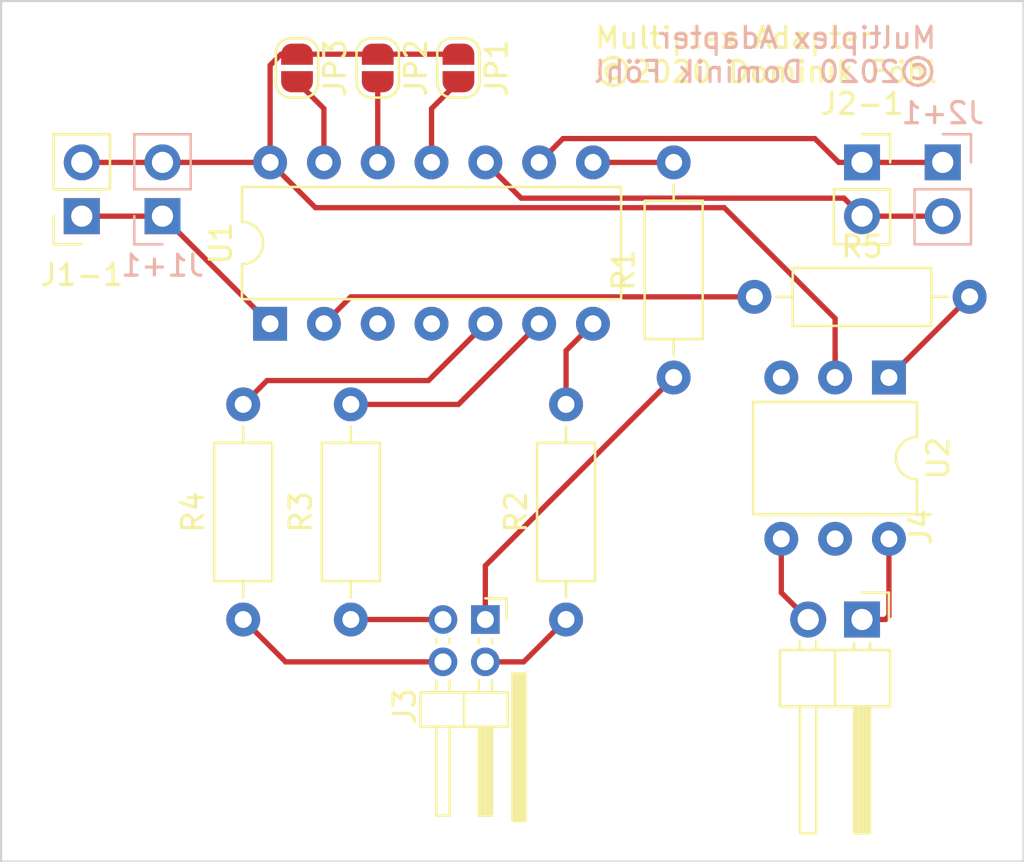
<source format=kicad_pcb>
(kicad_pcb (version 20171130) (host pcbnew "(5.1.5)-3")

  (general
    (thickness 1.6)
    (drawings 7)
    (tracks 58)
    (zones 0)
    (modules 16)
    (nets 24)
  )

  (page A4)
  (layers
    (0 F.Cu signal)
    (31 B.Cu signal)
    (32 B.Adhes user)
    (33 F.Adhes user)
    (34 B.Paste user hide)
    (35 F.Paste user hide)
    (36 B.SilkS user)
    (37 F.SilkS user)
    (38 B.Mask user)
    (39 F.Mask user)
    (40 Dwgs.User user hide)
    (41 Cmts.User user)
    (42 Eco1.User user hide)
    (43 Eco2.User user hide)
    (44 Edge.Cuts user)
    (45 Margin user)
    (46 B.CrtYd user)
    (47 F.CrtYd user)
    (48 B.Fab user hide)
    (49 F.Fab user hide)
  )

  (setup
    (last_trace_width 0.25)
    (trace_clearance 0.2)
    (zone_clearance 0.508)
    (zone_45_only no)
    (trace_min 0.2)
    (via_size 0.8)
    (via_drill 0.4)
    (via_min_size 0.4)
    (via_min_drill 0.3)
    (uvia_size 0.3)
    (uvia_drill 0.1)
    (uvias_allowed no)
    (uvia_min_size 0.2)
    (uvia_min_drill 0.1)
    (edge_width 0.05)
    (segment_width 0.2)
    (pcb_text_width 0.3)
    (pcb_text_size 1.5 1.5)
    (mod_edge_width 0.12)
    (mod_text_size 1 1)
    (mod_text_width 0.15)
    (pad_size 1.524 1.524)
    (pad_drill 0.762)
    (pad_to_mask_clearance 0.051)
    (solder_mask_min_width 0.25)
    (aux_axis_origin 0 0)
    (visible_elements 7FFFFFFF)
    (pcbplotparams
      (layerselection 0x010f0_ffffffff)
      (usegerberextensions false)
      (usegerberattributes false)
      (usegerberadvancedattributes false)
      (creategerberjobfile false)
      (excludeedgelayer true)
      (linewidth 0.100000)
      (plotframeref false)
      (viasonmask false)
      (mode 1)
      (useauxorigin false)
      (hpglpennumber 1)
      (hpglpenspeed 20)
      (hpglpendiameter 15.000000)
      (psnegative false)
      (psa4output false)
      (plotreference true)
      (plotvalue false)
      (plotinvisibletext false)
      (padsonsilk true)
      (subtractmaskfromsilk false)
      (outputformat 1)
      (mirror false)
      (drillshape 0)
      (scaleselection 1)
      (outputdirectory "gerber/"))
  )

  (net 0 "")
  (net 1 "Net-(J3-Pad4)")
  (net 2 "Net-(J3-Pad3)")
  (net 3 "Net-(J3-Pad2)")
  (net 4 "Net-(J3-Pad1)")
  (net 5 "Net-(J4-Pad2)")
  (net 6 "Net-(J4-Pad1)")
  (net 7 "Net-(J1+1-Pad2)")
  (net 8 "Net-(J1+1-Pad1)")
  (net 9 "Net-(J2+1-Pad2)")
  (net 10 "Net-(J2+1-Pad1)")
  (net 11 "Net-(JP1-Pad2)")
  (net 12 "Net-(JP2-Pad2)")
  (net 13 "Net-(JP3-Pad2)")
  (net 14 "Net-(R1-Pad2)")
  (net 15 "Net-(R2-Pad2)")
  (net 16 "Net-(R3-Pad2)")
  (net 17 "Net-(R4-Pad2)")
  (net 18 "Net-(R5-Pad2)")
  (net 19 "Net-(R5-Pad1)")
  (net 20 "Net-(U1-Pad4)")
  (net 21 "Net-(U1-Pad3)")
  (net 22 "Net-(U2-Pad3)")
  (net 23 "Net-(U2-Pad5)")

  (net_class Default "Dies ist die voreingestellte Netzklasse."
    (clearance 0.2)
    (trace_width 0.25)
    (via_dia 0.8)
    (via_drill 0.4)
    (uvia_dia 0.3)
    (uvia_drill 0.1)
    (add_net "Net-(J1+1-Pad1)")
    (add_net "Net-(J1+1-Pad2)")
    (add_net "Net-(J2+1-Pad1)")
    (add_net "Net-(J2+1-Pad2)")
    (add_net "Net-(J3-Pad1)")
    (add_net "Net-(J3-Pad2)")
    (add_net "Net-(J3-Pad3)")
    (add_net "Net-(J3-Pad4)")
    (add_net "Net-(J4-Pad1)")
    (add_net "Net-(J4-Pad2)")
    (add_net "Net-(JP1-Pad2)")
    (add_net "Net-(JP2-Pad2)")
    (add_net "Net-(JP3-Pad2)")
    (add_net "Net-(R1-Pad2)")
    (add_net "Net-(R2-Pad2)")
    (add_net "Net-(R3-Pad2)")
    (add_net "Net-(R4-Pad2)")
    (add_net "Net-(R5-Pad1)")
    (add_net "Net-(R5-Pad2)")
    (add_net "Net-(U1-Pad3)")
    (add_net "Net-(U1-Pad4)")
    (add_net "Net-(U2-Pad3)")
    (add_net "Net-(U2-Pad5)")
  )

  (module Package_DIP:DIP-14_W7.62mm (layer F.Cu) (tedit 5A02E8C5) (tstamp 5E9E69E9)
    (at 149.86 106.68 90)
    (descr "14-lead though-hole mounted DIP package, row spacing 7.62 mm (300 mils)")
    (tags "THT DIP DIL PDIP 2.54mm 7.62mm 300mil")
    (path /5E9CC6F4)
    (fp_text reference U1 (at 3.81 -2.33 90) (layer F.SilkS)
      (effects (font (size 1 1) (thickness 0.15)))
    )
    (fp_text value PIC16F1503-IP (at 3.81 17.57 90) (layer F.Fab)
      (effects (font (size 1 1) (thickness 0.15)))
    )
    (fp_text user %R (at 3.81 7.62 90) (layer F.Fab)
      (effects (font (size 1 1) (thickness 0.15)))
    )
    (fp_line (start 8.7 -1.55) (end -1.1 -1.55) (layer F.CrtYd) (width 0.05))
    (fp_line (start 8.7 16.8) (end 8.7 -1.55) (layer F.CrtYd) (width 0.05))
    (fp_line (start -1.1 16.8) (end 8.7 16.8) (layer F.CrtYd) (width 0.05))
    (fp_line (start -1.1 -1.55) (end -1.1 16.8) (layer F.CrtYd) (width 0.05))
    (fp_line (start 6.46 -1.33) (end 4.81 -1.33) (layer F.SilkS) (width 0.12))
    (fp_line (start 6.46 16.57) (end 6.46 -1.33) (layer F.SilkS) (width 0.12))
    (fp_line (start 1.16 16.57) (end 6.46 16.57) (layer F.SilkS) (width 0.12))
    (fp_line (start 1.16 -1.33) (end 1.16 16.57) (layer F.SilkS) (width 0.12))
    (fp_line (start 2.81 -1.33) (end 1.16 -1.33) (layer F.SilkS) (width 0.12))
    (fp_line (start 0.635 -0.27) (end 1.635 -1.27) (layer F.Fab) (width 0.1))
    (fp_line (start 0.635 16.51) (end 0.635 -0.27) (layer F.Fab) (width 0.1))
    (fp_line (start 6.985 16.51) (end 0.635 16.51) (layer F.Fab) (width 0.1))
    (fp_line (start 6.985 -1.27) (end 6.985 16.51) (layer F.Fab) (width 0.1))
    (fp_line (start 1.635 -1.27) (end 6.985 -1.27) (layer F.Fab) (width 0.1))
    (fp_arc (start 3.81 -1.33) (end 2.81 -1.33) (angle -180) (layer F.SilkS) (width 0.12))
    (pad 14 thru_hole oval (at 7.62 0 90) (size 1.6 1.6) (drill 0.8) (layers *.Cu *.Mask)
      (net 7 "Net-(J1+1-Pad2)"))
    (pad 7 thru_hole oval (at 0 15.24 90) (size 1.6 1.6) (drill 0.8) (layers *.Cu *.Mask)
      (net 15 "Net-(R2-Pad2)"))
    (pad 13 thru_hole oval (at 7.62 2.54 90) (size 1.6 1.6) (drill 0.8) (layers *.Cu *.Mask)
      (net 13 "Net-(JP3-Pad2)"))
    (pad 6 thru_hole oval (at 0 12.7 90) (size 1.6 1.6) (drill 0.8) (layers *.Cu *.Mask)
      (net 16 "Net-(R3-Pad2)"))
    (pad 12 thru_hole oval (at 7.62 5.08 90) (size 1.6 1.6) (drill 0.8) (layers *.Cu *.Mask)
      (net 12 "Net-(JP2-Pad2)"))
    (pad 5 thru_hole oval (at 0 10.16 90) (size 1.6 1.6) (drill 0.8) (layers *.Cu *.Mask)
      (net 17 "Net-(R4-Pad2)"))
    (pad 11 thru_hole oval (at 7.62 7.62 90) (size 1.6 1.6) (drill 0.8) (layers *.Cu *.Mask)
      (net 11 "Net-(JP1-Pad2)"))
    (pad 4 thru_hole oval (at 0 7.62 90) (size 1.6 1.6) (drill 0.8) (layers *.Cu *.Mask)
      (net 20 "Net-(U1-Pad4)"))
    (pad 10 thru_hole oval (at 7.62 10.16 90) (size 1.6 1.6) (drill 0.8) (layers *.Cu *.Mask)
      (net 9 "Net-(J2+1-Pad2)"))
    (pad 3 thru_hole oval (at 0 5.08 90) (size 1.6 1.6) (drill 0.8) (layers *.Cu *.Mask)
      (net 21 "Net-(U1-Pad3)"))
    (pad 9 thru_hole oval (at 7.62 12.7 90) (size 1.6 1.6) (drill 0.8) (layers *.Cu *.Mask)
      (net 10 "Net-(J2+1-Pad1)"))
    (pad 2 thru_hole oval (at 0 2.54 90) (size 1.6 1.6) (drill 0.8) (layers *.Cu *.Mask)
      (net 19 "Net-(R5-Pad1)"))
    (pad 8 thru_hole oval (at 7.62 15.24 90) (size 1.6 1.6) (drill 0.8) (layers *.Cu *.Mask)
      (net 14 "Net-(R1-Pad2)"))
    (pad 1 thru_hole rect (at 0 0 90) (size 1.6 1.6) (drill 0.8) (layers *.Cu *.Mask)
      (net 8 "Net-(J1+1-Pad1)"))
    (model ${KISYS3DMOD}/Package_DIP.3dshapes/DIP-14_W7.62mm.wrl
      (at (xyz 0 0 0))
      (scale (xyz 1 1 1))
      (rotate (xyz 0 0 0))
    )
  )

  (module Resistor_THT:R_Axial_DIN0207_L6.3mm_D2.5mm_P10.16mm_Horizontal (layer F.Cu) (tedit 5AE5139B) (tstamp 5EA7A7D5)
    (at 172.72 105.41)
    (descr "Resistor, Axial_DIN0207 series, Axial, Horizontal, pin pitch=10.16mm, 0.25W = 1/4W, length*diameter=6.3*2.5mm^2, http://cdn-reichelt.de/documents/datenblatt/B400/1_4W%23YAG.pdf")
    (tags "Resistor Axial_DIN0207 series Axial Horizontal pin pitch 10.16mm 0.25W = 1/4W length 6.3mm diameter 2.5mm")
    (path /5E9E3F70)
    (fp_text reference R5 (at 5.08 -2.37) (layer F.SilkS)
      (effects (font (size 1 1) (thickness 0.15)))
    )
    (fp_text value 150 (at 5.08 2.37) (layer F.Fab)
      (effects (font (size 1 1) (thickness 0.15)))
    )
    (fp_text user %R (at 5.08 0) (layer F.Fab)
      (effects (font (size 1 1) (thickness 0.15)))
    )
    (fp_line (start 11.21 -1.5) (end -1.05 -1.5) (layer F.CrtYd) (width 0.05))
    (fp_line (start 11.21 1.5) (end 11.21 -1.5) (layer F.CrtYd) (width 0.05))
    (fp_line (start -1.05 1.5) (end 11.21 1.5) (layer F.CrtYd) (width 0.05))
    (fp_line (start -1.05 -1.5) (end -1.05 1.5) (layer F.CrtYd) (width 0.05))
    (fp_line (start 9.12 0) (end 8.35 0) (layer F.SilkS) (width 0.12))
    (fp_line (start 1.04 0) (end 1.81 0) (layer F.SilkS) (width 0.12))
    (fp_line (start 8.35 -1.37) (end 1.81 -1.37) (layer F.SilkS) (width 0.12))
    (fp_line (start 8.35 1.37) (end 8.35 -1.37) (layer F.SilkS) (width 0.12))
    (fp_line (start 1.81 1.37) (end 8.35 1.37) (layer F.SilkS) (width 0.12))
    (fp_line (start 1.81 -1.37) (end 1.81 1.37) (layer F.SilkS) (width 0.12))
    (fp_line (start 10.16 0) (end 8.23 0) (layer F.Fab) (width 0.1))
    (fp_line (start 0 0) (end 1.93 0) (layer F.Fab) (width 0.1))
    (fp_line (start 8.23 -1.25) (end 1.93 -1.25) (layer F.Fab) (width 0.1))
    (fp_line (start 8.23 1.25) (end 8.23 -1.25) (layer F.Fab) (width 0.1))
    (fp_line (start 1.93 1.25) (end 8.23 1.25) (layer F.Fab) (width 0.1))
    (fp_line (start 1.93 -1.25) (end 1.93 1.25) (layer F.Fab) (width 0.1))
    (pad 2 thru_hole oval (at 10.16 0) (size 1.6 1.6) (drill 0.8) (layers *.Cu *.Mask)
      (net 18 "Net-(R5-Pad2)"))
    (pad 1 thru_hole circle (at 0 0) (size 1.6 1.6) (drill 0.8) (layers *.Cu *.Mask)
      (net 19 "Net-(R5-Pad1)"))
    (model ${KISYS3DMOD}/Resistor_THT.3dshapes/R_Axial_DIN0207_L6.3mm_D2.5mm_P10.16mm_Horizontal.wrl
      (at (xyz 0 0 0))
      (scale (xyz 1 1 1))
      (rotate (xyz 0 0 0))
    )
  )

  (module Connector_PinHeader_2.54mm:PinHeader_1x02_P2.54mm_Horizontal (layer F.Cu) (tedit 59FED5CB) (tstamp 5E9E6B86)
    (at 177.8 120.65 270)
    (descr "Through hole angled pin header, 1x02, 2.54mm pitch, 6mm pin length, single row")
    (tags "Through hole angled pin header THT 1x02 2.54mm single row")
    (path /5E9FA994)
    (fp_text reference J4 (at -4.38 -2.77 90) (layer F.SilkS)
      (effects (font (size 1 1) (thickness 0.15)))
    )
    (fp_text value Track (at -4.38 5.31 90) (layer F.Fab)
      (effects (font (size 1 1) (thickness 0.15)))
    )
    (fp_text user %R (at -5.775 1.27 90) (layer F.Fab)
      (effects (font (size 1 1) (thickness 0.15)))
    )
    (fp_line (start 10.55 -1.8) (end -1.8 -1.8) (layer F.CrtYd) (width 0.05))
    (fp_line (start 10.55 4.35) (end 10.55 -1.8) (layer F.CrtYd) (width 0.05))
    (fp_line (start -1.8 4.35) (end 10.55 4.35) (layer F.CrtYd) (width 0.05))
    (fp_line (start -1.8 -1.8) (end -1.8 4.35) (layer F.CrtYd) (width 0.05))
    (fp_line (start -1.27 -1.27) (end 0 -1.27) (layer F.SilkS) (width 0.12))
    (fp_line (start -1.27 0) (end -1.27 -1.27) (layer F.SilkS) (width 0.12))
    (fp_line (start 1.042929 2.92) (end 1.44 2.92) (layer F.SilkS) (width 0.12))
    (fp_line (start 1.042929 2.16) (end 1.44 2.16) (layer F.SilkS) (width 0.12))
    (fp_line (start 10.1 2.92) (end 4.1 2.92) (layer F.SilkS) (width 0.12))
    (fp_line (start 10.1 2.16) (end 10.1 2.92) (layer F.SilkS) (width 0.12))
    (fp_line (start 4.1 2.16) (end 10.1 2.16) (layer F.SilkS) (width 0.12))
    (fp_line (start 1.44 1.27) (end 4.1 1.27) (layer F.SilkS) (width 0.12))
    (fp_line (start 1.11 0.38) (end 1.44 0.38) (layer F.SilkS) (width 0.12))
    (fp_line (start 1.11 -0.38) (end 1.44 -0.38) (layer F.SilkS) (width 0.12))
    (fp_line (start 4.1 0.28) (end 10.1 0.28) (layer F.SilkS) (width 0.12))
    (fp_line (start 4.1 0.16) (end 10.1 0.16) (layer F.SilkS) (width 0.12))
    (fp_line (start 4.1 0.04) (end 10.1 0.04) (layer F.SilkS) (width 0.12))
    (fp_line (start 4.1 -0.08) (end 10.1 -0.08) (layer F.SilkS) (width 0.12))
    (fp_line (start 4.1 -0.2) (end 10.1 -0.2) (layer F.SilkS) (width 0.12))
    (fp_line (start 4.1 -0.32) (end 10.1 -0.32) (layer F.SilkS) (width 0.12))
    (fp_line (start 10.1 0.38) (end 4.1 0.38) (layer F.SilkS) (width 0.12))
    (fp_line (start 10.1 -0.38) (end 10.1 0.38) (layer F.SilkS) (width 0.12))
    (fp_line (start 4.1 -0.38) (end 10.1 -0.38) (layer F.SilkS) (width 0.12))
    (fp_line (start 4.1 -1.33) (end 1.44 -1.33) (layer F.SilkS) (width 0.12))
    (fp_line (start 4.1 3.87) (end 4.1 -1.33) (layer F.SilkS) (width 0.12))
    (fp_line (start 1.44 3.87) (end 4.1 3.87) (layer F.SilkS) (width 0.12))
    (fp_line (start 1.44 -1.33) (end 1.44 3.87) (layer F.SilkS) (width 0.12))
    (fp_line (start 4.04 2.86) (end 10.04 2.86) (layer F.Fab) (width 0.1))
    (fp_line (start 10.04 2.22) (end 10.04 2.86) (layer F.Fab) (width 0.1))
    (fp_line (start 4.04 2.22) (end 10.04 2.22) (layer F.Fab) (width 0.1))
    (fp_line (start -0.32 2.86) (end 1.5 2.86) (layer F.Fab) (width 0.1))
    (fp_line (start -0.32 2.22) (end -0.32 2.86) (layer F.Fab) (width 0.1))
    (fp_line (start -0.32 2.22) (end 1.5 2.22) (layer F.Fab) (width 0.1))
    (fp_line (start 4.04 0.32) (end 10.04 0.32) (layer F.Fab) (width 0.1))
    (fp_line (start 10.04 -0.32) (end 10.04 0.32) (layer F.Fab) (width 0.1))
    (fp_line (start 4.04 -0.32) (end 10.04 -0.32) (layer F.Fab) (width 0.1))
    (fp_line (start -0.32 0.32) (end 1.5 0.32) (layer F.Fab) (width 0.1))
    (fp_line (start -0.32 -0.32) (end -0.32 0.32) (layer F.Fab) (width 0.1))
    (fp_line (start -0.32 -0.32) (end 1.5 -0.32) (layer F.Fab) (width 0.1))
    (fp_line (start 1.5 -0.635) (end 2.135 -1.27) (layer F.Fab) (width 0.1))
    (fp_line (start 1.5 3.81) (end 1.5 -0.635) (layer F.Fab) (width 0.1))
    (fp_line (start 4.04 3.81) (end 1.5 3.81) (layer F.Fab) (width 0.1))
    (fp_line (start 4.04 -1.27) (end 4.04 3.81) (layer F.Fab) (width 0.1))
    (fp_line (start 2.135 -1.27) (end 4.04 -1.27) (layer F.Fab) (width 0.1))
    (pad 2 thru_hole oval (at 0 2.54 270) (size 1.7 1.7) (drill 1) (layers *.Cu *.Mask)
      (net 5 "Net-(J4-Pad2)"))
    (pad 1 thru_hole rect (at 0 0 270) (size 1.7 1.7) (drill 1) (layers *.Cu *.Mask)
      (net 6 "Net-(J4-Pad1)"))
    (model ${KISYS3DMOD}/Connector_PinHeader_2.54mm.3dshapes/PinHeader_1x02_P2.54mm_Horizontal.wrl
      (at (xyz 0 0 0))
      (scale (xyz 1 1 1))
      (rotate (xyz 0 0 0))
    )
  )

  (module Package_DIP:DIP-6_W7.62mm (layer F.Cu) (tedit 5A02E8C5) (tstamp 5E9E6996)
    (at 179.07 109.22 270)
    (descr "6-lead though-hole mounted DIP package, row spacing 7.62 mm (300 mils)")
    (tags "THT DIP DIL PDIP 2.54mm 7.62mm 300mil")
    (path /5E9E0436)
    (fp_text reference U2 (at 3.81 -2.33 90) (layer F.SilkS)
      (effects (font (size 1 1) (thickness 0.15)))
    )
    (fp_text value MOC3041M (at 3.81 7.41 90) (layer F.Fab)
      (effects (font (size 1 1) (thickness 0.15)))
    )
    (fp_text user %R (at 3.81 2.54 90) (layer F.Fab)
      (effects (font (size 1 1) (thickness 0.15)))
    )
    (fp_line (start 8.7 -1.55) (end -1.1 -1.55) (layer F.CrtYd) (width 0.05))
    (fp_line (start 8.7 6.6) (end 8.7 -1.55) (layer F.CrtYd) (width 0.05))
    (fp_line (start -1.1 6.6) (end 8.7 6.6) (layer F.CrtYd) (width 0.05))
    (fp_line (start -1.1 -1.55) (end -1.1 6.6) (layer F.CrtYd) (width 0.05))
    (fp_line (start 6.46 -1.33) (end 4.81 -1.33) (layer F.SilkS) (width 0.12))
    (fp_line (start 6.46 6.41) (end 6.46 -1.33) (layer F.SilkS) (width 0.12))
    (fp_line (start 1.16 6.41) (end 6.46 6.41) (layer F.SilkS) (width 0.12))
    (fp_line (start 1.16 -1.33) (end 1.16 6.41) (layer F.SilkS) (width 0.12))
    (fp_line (start 2.81 -1.33) (end 1.16 -1.33) (layer F.SilkS) (width 0.12))
    (fp_line (start 0.635 -0.27) (end 1.635 -1.27) (layer F.Fab) (width 0.1))
    (fp_line (start 0.635 6.35) (end 0.635 -0.27) (layer F.Fab) (width 0.1))
    (fp_line (start 6.985 6.35) (end 0.635 6.35) (layer F.Fab) (width 0.1))
    (fp_line (start 6.985 -1.27) (end 6.985 6.35) (layer F.Fab) (width 0.1))
    (fp_line (start 1.635 -1.27) (end 6.985 -1.27) (layer F.Fab) (width 0.1))
    (fp_arc (start 3.81 -1.33) (end 2.81 -1.33) (angle -180) (layer F.SilkS) (width 0.12))
    (pad 6 thru_hole oval (at 7.62 0 270) (size 1.6 1.6) (drill 0.8) (layers *.Cu *.Mask)
      (net 6 "Net-(J4-Pad1)"))
    (pad 3 thru_hole oval (at 0 5.08 270) (size 1.6 1.6) (drill 0.8) (layers *.Cu *.Mask)
      (net 22 "Net-(U2-Pad3)"))
    (pad 5 thru_hole oval (at 7.62 2.54 270) (size 1.6 1.6) (drill 0.8) (layers *.Cu *.Mask)
      (net 23 "Net-(U2-Pad5)"))
    (pad 2 thru_hole oval (at 0 2.54 270) (size 1.6 1.6) (drill 0.8) (layers *.Cu *.Mask)
      (net 7 "Net-(J1+1-Pad2)"))
    (pad 4 thru_hole oval (at 7.62 5.08 270) (size 1.6 1.6) (drill 0.8) (layers *.Cu *.Mask)
      (net 5 "Net-(J4-Pad2)"))
    (pad 1 thru_hole rect (at 0 0 270) (size 1.6 1.6) (drill 0.8) (layers *.Cu *.Mask)
      (net 18 "Net-(R5-Pad2)"))
    (model ${KISYS3DMOD}/Package_DIP.3dshapes/DIP-6_W7.62mm.wrl
      (at (xyz 0 0 0))
      (scale (xyz 1 1 1))
      (rotate (xyz 0 0 0))
    )
  )

  (module Resistor_THT:R_Axial_DIN0207_L6.3mm_D2.5mm_P10.16mm_Horizontal (layer F.Cu) (tedit 5AE5139B) (tstamp 5E9E6CAB)
    (at 148.59 120.65 90)
    (descr "Resistor, Axial_DIN0207 series, Axial, Horizontal, pin pitch=10.16mm, 0.25W = 1/4W, length*diameter=6.3*2.5mm^2, http://cdn-reichelt.de/documents/datenblatt/B400/1_4W%23YAG.pdf")
    (tags "Resistor Axial_DIN0207 series Axial Horizontal pin pitch 10.16mm 0.25W = 1/4W length 6.3mm diameter 2.5mm")
    (path /5E9E02F8)
    (fp_text reference R4 (at 5.08 -2.37 90) (layer F.SilkS)
      (effects (font (size 1 1) (thickness 0.15)))
    )
    (fp_text value 330 (at 5.08 2.37 90) (layer F.Fab)
      (effects (font (size 1 1) (thickness 0.15)))
    )
    (fp_text user %R (at 5.08 0 90) (layer F.Fab)
      (effects (font (size 1 1) (thickness 0.15)))
    )
    (fp_line (start 11.21 -1.5) (end -1.05 -1.5) (layer F.CrtYd) (width 0.05))
    (fp_line (start 11.21 1.5) (end 11.21 -1.5) (layer F.CrtYd) (width 0.05))
    (fp_line (start -1.05 1.5) (end 11.21 1.5) (layer F.CrtYd) (width 0.05))
    (fp_line (start -1.05 -1.5) (end -1.05 1.5) (layer F.CrtYd) (width 0.05))
    (fp_line (start 9.12 0) (end 8.35 0) (layer F.SilkS) (width 0.12))
    (fp_line (start 1.04 0) (end 1.81 0) (layer F.SilkS) (width 0.12))
    (fp_line (start 8.35 -1.37) (end 1.81 -1.37) (layer F.SilkS) (width 0.12))
    (fp_line (start 8.35 1.37) (end 8.35 -1.37) (layer F.SilkS) (width 0.12))
    (fp_line (start 1.81 1.37) (end 8.35 1.37) (layer F.SilkS) (width 0.12))
    (fp_line (start 1.81 -1.37) (end 1.81 1.37) (layer F.SilkS) (width 0.12))
    (fp_line (start 10.16 0) (end 8.23 0) (layer F.Fab) (width 0.1))
    (fp_line (start 0 0) (end 1.93 0) (layer F.Fab) (width 0.1))
    (fp_line (start 8.23 -1.25) (end 1.93 -1.25) (layer F.Fab) (width 0.1))
    (fp_line (start 8.23 1.25) (end 8.23 -1.25) (layer F.Fab) (width 0.1))
    (fp_line (start 1.93 1.25) (end 8.23 1.25) (layer F.Fab) (width 0.1))
    (fp_line (start 1.93 -1.25) (end 1.93 1.25) (layer F.Fab) (width 0.1))
    (pad 2 thru_hole oval (at 10.16 0 90) (size 1.6 1.6) (drill 0.8) (layers *.Cu *.Mask)
      (net 17 "Net-(R4-Pad2)"))
    (pad 1 thru_hole circle (at 0 0 90) (size 1.6 1.6) (drill 0.8) (layers *.Cu *.Mask)
      (net 1 "Net-(J3-Pad4)"))
    (model ${KISYS3DMOD}/Resistor_THT.3dshapes/R_Axial_DIN0207_L6.3mm_D2.5mm_P10.16mm_Horizontal.wrl
      (at (xyz 0 0 0))
      (scale (xyz 1 1 1))
      (rotate (xyz 0 0 0))
    )
  )

  (module Resistor_THT:R_Axial_DIN0207_L6.3mm_D2.5mm_P10.16mm_Horizontal (layer F.Cu) (tedit 5AE5139B) (tstamp 5E9E68A0)
    (at 153.67 120.65 90)
    (descr "Resistor, Axial_DIN0207 series, Axial, Horizontal, pin pitch=10.16mm, 0.25W = 1/4W, length*diameter=6.3*2.5mm^2, http://cdn-reichelt.de/documents/datenblatt/B400/1_4W%23YAG.pdf")
    (tags "Resistor Axial_DIN0207 series Axial Horizontal pin pitch 10.16mm 0.25W = 1/4W length 6.3mm diameter 2.5mm")
    (path /5E9E00F2)
    (fp_text reference R3 (at 5.08 -2.37 90) (layer F.SilkS)
      (effects (font (size 1 1) (thickness 0.15)))
    )
    (fp_text value 330 (at 5.08 2.37 90) (layer F.Fab)
      (effects (font (size 1 1) (thickness 0.15)))
    )
    (fp_text user %R (at 5.08 0 90) (layer F.Fab)
      (effects (font (size 1 1) (thickness 0.15)))
    )
    (fp_line (start 11.21 -1.5) (end -1.05 -1.5) (layer F.CrtYd) (width 0.05))
    (fp_line (start 11.21 1.5) (end 11.21 -1.5) (layer F.CrtYd) (width 0.05))
    (fp_line (start -1.05 1.5) (end 11.21 1.5) (layer F.CrtYd) (width 0.05))
    (fp_line (start -1.05 -1.5) (end -1.05 1.5) (layer F.CrtYd) (width 0.05))
    (fp_line (start 9.12 0) (end 8.35 0) (layer F.SilkS) (width 0.12))
    (fp_line (start 1.04 0) (end 1.81 0) (layer F.SilkS) (width 0.12))
    (fp_line (start 8.35 -1.37) (end 1.81 -1.37) (layer F.SilkS) (width 0.12))
    (fp_line (start 8.35 1.37) (end 8.35 -1.37) (layer F.SilkS) (width 0.12))
    (fp_line (start 1.81 1.37) (end 8.35 1.37) (layer F.SilkS) (width 0.12))
    (fp_line (start 1.81 -1.37) (end 1.81 1.37) (layer F.SilkS) (width 0.12))
    (fp_line (start 10.16 0) (end 8.23 0) (layer F.Fab) (width 0.1))
    (fp_line (start 0 0) (end 1.93 0) (layer F.Fab) (width 0.1))
    (fp_line (start 8.23 -1.25) (end 1.93 -1.25) (layer F.Fab) (width 0.1))
    (fp_line (start 8.23 1.25) (end 8.23 -1.25) (layer F.Fab) (width 0.1))
    (fp_line (start 1.93 1.25) (end 8.23 1.25) (layer F.Fab) (width 0.1))
    (fp_line (start 1.93 -1.25) (end 1.93 1.25) (layer F.Fab) (width 0.1))
    (pad 2 thru_hole oval (at 10.16 0 90) (size 1.6 1.6) (drill 0.8) (layers *.Cu *.Mask)
      (net 16 "Net-(R3-Pad2)"))
    (pad 1 thru_hole circle (at 0 0 90) (size 1.6 1.6) (drill 0.8) (layers *.Cu *.Mask)
      (net 2 "Net-(J3-Pad3)"))
    (model ${KISYS3DMOD}/Resistor_THT.3dshapes/R_Axial_DIN0207_L6.3mm_D2.5mm_P10.16mm_Horizontal.wrl
      (at (xyz 0 0 0))
      (scale (xyz 1 1 1))
      (rotate (xyz 0 0 0))
    )
  )

  (module Resistor_THT:R_Axial_DIN0207_L6.3mm_D2.5mm_P10.16mm_Horizontal (layer F.Cu) (tedit 5AE5139B) (tstamp 5E9E685E)
    (at 163.83 120.65 90)
    (descr "Resistor, Axial_DIN0207 series, Axial, Horizontal, pin pitch=10.16mm, 0.25W = 1/4W, length*diameter=6.3*2.5mm^2, http://cdn-reichelt.de/documents/datenblatt/B400/1_4W%23YAG.pdf")
    (tags "Resistor Axial_DIN0207 series Axial Horizontal pin pitch 10.16mm 0.25W = 1/4W length 6.3mm diameter 2.5mm")
    (path /5E9DFB37)
    (fp_text reference R2 (at 5.08 -2.37 90) (layer F.SilkS)
      (effects (font (size 1 1) (thickness 0.15)))
    )
    (fp_text value 330 (at 5.08 2.37 90) (layer F.Fab)
      (effects (font (size 1 1) (thickness 0.15)))
    )
    (fp_text user %R (at 5.08 0 90) (layer F.Fab)
      (effects (font (size 1 1) (thickness 0.15)))
    )
    (fp_line (start 11.21 -1.5) (end -1.05 -1.5) (layer F.CrtYd) (width 0.05))
    (fp_line (start 11.21 1.5) (end 11.21 -1.5) (layer F.CrtYd) (width 0.05))
    (fp_line (start -1.05 1.5) (end 11.21 1.5) (layer F.CrtYd) (width 0.05))
    (fp_line (start -1.05 -1.5) (end -1.05 1.5) (layer F.CrtYd) (width 0.05))
    (fp_line (start 9.12 0) (end 8.35 0) (layer F.SilkS) (width 0.12))
    (fp_line (start 1.04 0) (end 1.81 0) (layer F.SilkS) (width 0.12))
    (fp_line (start 8.35 -1.37) (end 1.81 -1.37) (layer F.SilkS) (width 0.12))
    (fp_line (start 8.35 1.37) (end 8.35 -1.37) (layer F.SilkS) (width 0.12))
    (fp_line (start 1.81 1.37) (end 8.35 1.37) (layer F.SilkS) (width 0.12))
    (fp_line (start 1.81 -1.37) (end 1.81 1.37) (layer F.SilkS) (width 0.12))
    (fp_line (start 10.16 0) (end 8.23 0) (layer F.Fab) (width 0.1))
    (fp_line (start 0 0) (end 1.93 0) (layer F.Fab) (width 0.1))
    (fp_line (start 8.23 -1.25) (end 1.93 -1.25) (layer F.Fab) (width 0.1))
    (fp_line (start 8.23 1.25) (end 8.23 -1.25) (layer F.Fab) (width 0.1))
    (fp_line (start 1.93 1.25) (end 8.23 1.25) (layer F.Fab) (width 0.1))
    (fp_line (start 1.93 -1.25) (end 1.93 1.25) (layer F.Fab) (width 0.1))
    (pad 2 thru_hole oval (at 10.16 0 90) (size 1.6 1.6) (drill 0.8) (layers *.Cu *.Mask)
      (net 15 "Net-(R2-Pad2)"))
    (pad 1 thru_hole circle (at 0 0 90) (size 1.6 1.6) (drill 0.8) (layers *.Cu *.Mask)
      (net 3 "Net-(J3-Pad2)"))
    (model ${KISYS3DMOD}/Resistor_THT.3dshapes/R_Axial_DIN0207_L6.3mm_D2.5mm_P10.16mm_Horizontal.wrl
      (at (xyz 0 0 0))
      (scale (xyz 1 1 1))
      (rotate (xyz 0 0 0))
    )
  )

  (module Resistor_THT:R_Axial_DIN0207_L6.3mm_D2.5mm_P10.16mm_Horizontal (layer F.Cu) (tedit 5AE5139B) (tstamp 5E9E6A74)
    (at 168.91 109.22 90)
    (descr "Resistor, Axial_DIN0207 series, Axial, Horizontal, pin pitch=10.16mm, 0.25W = 1/4W, length*diameter=6.3*2.5mm^2, http://cdn-reichelt.de/documents/datenblatt/B400/1_4W%23YAG.pdf")
    (tags "Resistor Axial_DIN0207 series Axial Horizontal pin pitch 10.16mm 0.25W = 1/4W length 6.3mm diameter 2.5mm")
    (path /5E9DBC01)
    (fp_text reference R1 (at 5.08 -2.37 90) (layer F.SilkS)
      (effects (font (size 1 1) (thickness 0.15)))
    )
    (fp_text value 330 (at 5.08 2.37 90) (layer F.Fab)
      (effects (font (size 1 1) (thickness 0.15)))
    )
    (fp_text user %R (at 5.08 0 90) (layer F.Fab)
      (effects (font (size 1 1) (thickness 0.15)))
    )
    (fp_line (start 11.21 -1.5) (end -1.05 -1.5) (layer F.CrtYd) (width 0.05))
    (fp_line (start 11.21 1.5) (end 11.21 -1.5) (layer F.CrtYd) (width 0.05))
    (fp_line (start -1.05 1.5) (end 11.21 1.5) (layer F.CrtYd) (width 0.05))
    (fp_line (start -1.05 -1.5) (end -1.05 1.5) (layer F.CrtYd) (width 0.05))
    (fp_line (start 9.12 0) (end 8.35 0) (layer F.SilkS) (width 0.12))
    (fp_line (start 1.04 0) (end 1.81 0) (layer F.SilkS) (width 0.12))
    (fp_line (start 8.35 -1.37) (end 1.81 -1.37) (layer F.SilkS) (width 0.12))
    (fp_line (start 8.35 1.37) (end 8.35 -1.37) (layer F.SilkS) (width 0.12))
    (fp_line (start 1.81 1.37) (end 8.35 1.37) (layer F.SilkS) (width 0.12))
    (fp_line (start 1.81 -1.37) (end 1.81 1.37) (layer F.SilkS) (width 0.12))
    (fp_line (start 10.16 0) (end 8.23 0) (layer F.Fab) (width 0.1))
    (fp_line (start 0 0) (end 1.93 0) (layer F.Fab) (width 0.1))
    (fp_line (start 8.23 -1.25) (end 1.93 -1.25) (layer F.Fab) (width 0.1))
    (fp_line (start 8.23 1.25) (end 8.23 -1.25) (layer F.Fab) (width 0.1))
    (fp_line (start 1.93 1.25) (end 8.23 1.25) (layer F.Fab) (width 0.1))
    (fp_line (start 1.93 -1.25) (end 1.93 1.25) (layer F.Fab) (width 0.1))
    (pad 2 thru_hole oval (at 10.16 0 90) (size 1.6 1.6) (drill 0.8) (layers *.Cu *.Mask)
      (net 14 "Net-(R1-Pad2)"))
    (pad 1 thru_hole circle (at 0 0 90) (size 1.6 1.6) (drill 0.8) (layers *.Cu *.Mask)
      (net 4 "Net-(J3-Pad1)"))
    (model ${KISYS3DMOD}/Resistor_THT.3dshapes/R_Axial_DIN0207_L6.3mm_D2.5mm_P10.16mm_Horizontal.wrl
      (at (xyz 0 0 0))
      (scale (xyz 1 1 1))
      (rotate (xyz 0 0 0))
    )
  )

  (module Jumper:SolderJumper-2_P1.3mm_Open_RoundedPad1.0x1.5mm (layer F.Cu) (tedit 5B391E66) (tstamp 5E9E68DD)
    (at 151.13 94.6 270)
    (descr "SMD Solder Jumper, 1x1.5mm, rounded Pads, 0.3mm gap, open")
    (tags "solder jumper open")
    (path /5E9E4C17)
    (attr virtual)
    (fp_text reference JP3 (at 0 -1.8 90) (layer F.SilkS)
      (effects (font (size 1 1) (thickness 0.15)))
    )
    (fp_text value "I2C Bit 3" (at 0 1.9 90) (layer F.Fab)
      (effects (font (size 1 1) (thickness 0.15)))
    )
    (fp_line (start 1.65 1.25) (end -1.65 1.25) (layer F.CrtYd) (width 0.05))
    (fp_line (start 1.65 1.25) (end 1.65 -1.25) (layer F.CrtYd) (width 0.05))
    (fp_line (start -1.65 -1.25) (end -1.65 1.25) (layer F.CrtYd) (width 0.05))
    (fp_line (start -1.65 -1.25) (end 1.65 -1.25) (layer F.CrtYd) (width 0.05))
    (fp_line (start -0.7 -1) (end 0.7 -1) (layer F.SilkS) (width 0.12))
    (fp_line (start 1.4 -0.3) (end 1.4 0.3) (layer F.SilkS) (width 0.12))
    (fp_line (start 0.7 1) (end -0.7 1) (layer F.SilkS) (width 0.12))
    (fp_line (start -1.4 0.3) (end -1.4 -0.3) (layer F.SilkS) (width 0.12))
    (fp_arc (start -0.7 -0.3) (end -0.7 -1) (angle -90) (layer F.SilkS) (width 0.12))
    (fp_arc (start -0.7 0.3) (end -1.4 0.3) (angle -90) (layer F.SilkS) (width 0.12))
    (fp_arc (start 0.7 0.3) (end 0.7 1) (angle -90) (layer F.SilkS) (width 0.12))
    (fp_arc (start 0.7 -0.3) (end 1.4 -0.3) (angle -90) (layer F.SilkS) (width 0.12))
    (pad 2 smd custom (at 0.65 0 270) (size 1 0.5) (layers F.Cu F.Mask)
      (net 13 "Net-(JP3-Pad2)") (zone_connect 2)
      (options (clearance outline) (anchor rect))
      (primitives
        (gr_circle (center 0 0.25) (end 0.5 0.25) (width 0))
        (gr_circle (center 0 -0.25) (end 0.5 -0.25) (width 0))
        (gr_poly (pts
           (xy 0 -0.75) (xy -0.5 -0.75) (xy -0.5 0.75) (xy 0 0.75)) (width 0))
      ))
    (pad 1 smd custom (at -0.65 0 270) (size 1 0.5) (layers F.Cu F.Mask)
      (net 7 "Net-(J1+1-Pad2)") (zone_connect 2)
      (options (clearance outline) (anchor rect))
      (primitives
        (gr_circle (center 0 0.25) (end 0.5 0.25) (width 0))
        (gr_circle (center 0 -0.25) (end 0.5 -0.25) (width 0))
        (gr_poly (pts
           (xy 0 -0.75) (xy 0.5 -0.75) (xy 0.5 0.75) (xy 0 0.75)) (width 0))
      ))
  )

  (module Jumper:SolderJumper-2_P1.3mm_Open_RoundedPad1.0x1.5mm (layer F.Cu) (tedit 5B391E66) (tstamp 5E9E6A3C)
    (at 154.94 94.6 270)
    (descr "SMD Solder Jumper, 1x1.5mm, rounded Pads, 0.3mm gap, open")
    (tags "solder jumper open")
    (path /5E9E5401)
    (attr virtual)
    (fp_text reference JP2 (at 0 -1.8 90) (layer F.SilkS)
      (effects (font (size 1 1) (thickness 0.15)))
    )
    (fp_text value "I2C Bit 2" (at 0 1.9 90) (layer F.Fab)
      (effects (font (size 1 1) (thickness 0.15)))
    )
    (fp_line (start 1.65 1.25) (end -1.65 1.25) (layer F.CrtYd) (width 0.05))
    (fp_line (start 1.65 1.25) (end 1.65 -1.25) (layer F.CrtYd) (width 0.05))
    (fp_line (start -1.65 -1.25) (end -1.65 1.25) (layer F.CrtYd) (width 0.05))
    (fp_line (start -1.65 -1.25) (end 1.65 -1.25) (layer F.CrtYd) (width 0.05))
    (fp_line (start -0.7 -1) (end 0.7 -1) (layer F.SilkS) (width 0.12))
    (fp_line (start 1.4 -0.3) (end 1.4 0.3) (layer F.SilkS) (width 0.12))
    (fp_line (start 0.7 1) (end -0.7 1) (layer F.SilkS) (width 0.12))
    (fp_line (start -1.4 0.3) (end -1.4 -0.3) (layer F.SilkS) (width 0.12))
    (fp_arc (start -0.7 -0.3) (end -0.7 -1) (angle -90) (layer F.SilkS) (width 0.12))
    (fp_arc (start -0.7 0.3) (end -1.4 0.3) (angle -90) (layer F.SilkS) (width 0.12))
    (fp_arc (start 0.7 0.3) (end 0.7 1) (angle -90) (layer F.SilkS) (width 0.12))
    (fp_arc (start 0.7 -0.3) (end 1.4 -0.3) (angle -90) (layer F.SilkS) (width 0.12))
    (pad 2 smd custom (at 0.65 0 270) (size 1 0.5) (layers F.Cu F.Mask)
      (net 12 "Net-(JP2-Pad2)") (zone_connect 2)
      (options (clearance outline) (anchor rect))
      (primitives
        (gr_circle (center 0 0.25) (end 0.5 0.25) (width 0))
        (gr_circle (center 0 -0.25) (end 0.5 -0.25) (width 0))
        (gr_poly (pts
           (xy 0 -0.75) (xy -0.5 -0.75) (xy -0.5 0.75) (xy 0 0.75)) (width 0))
      ))
    (pad 1 smd custom (at -0.65 0 270) (size 1 0.5) (layers F.Cu F.Mask)
      (net 7 "Net-(J1+1-Pad2)") (zone_connect 2)
      (options (clearance outline) (anchor rect))
      (primitives
        (gr_circle (center 0 0.25) (end 0.5 0.25) (width 0))
        (gr_circle (center 0 -0.25) (end 0.5 -0.25) (width 0))
        (gr_poly (pts
           (xy 0 -0.75) (xy 0.5 -0.75) (xy 0.5 0.75) (xy 0 0.75)) (width 0))
      ))
  )

  (module Jumper:SolderJumper-2_P1.3mm_Open_RoundedPad1.0x1.5mm (layer F.Cu) (tedit 5B391E66) (tstamp 5E9E6AB1)
    (at 158.75 94.6 270)
    (descr "SMD Solder Jumper, 1x1.5mm, rounded Pads, 0.3mm gap, open")
    (tags "solder jumper open")
    (path /5E9DA132)
    (attr virtual)
    (fp_text reference JP1 (at 0 -1.8 90) (layer F.SilkS)
      (effects (font (size 1 1) (thickness 0.15)))
    )
    (fp_text value "I2C Bit 1" (at 0 1.9 90) (layer F.Fab)
      (effects (font (size 1 1) (thickness 0.15)))
    )
    (fp_line (start 1.65 1.25) (end -1.65 1.25) (layer F.CrtYd) (width 0.05))
    (fp_line (start 1.65 1.25) (end 1.65 -1.25) (layer F.CrtYd) (width 0.05))
    (fp_line (start -1.65 -1.25) (end -1.65 1.25) (layer F.CrtYd) (width 0.05))
    (fp_line (start -1.65 -1.25) (end 1.65 -1.25) (layer F.CrtYd) (width 0.05))
    (fp_line (start -0.7 -1) (end 0.7 -1) (layer F.SilkS) (width 0.12))
    (fp_line (start 1.4 -0.3) (end 1.4 0.3) (layer F.SilkS) (width 0.12))
    (fp_line (start 0.7 1) (end -0.7 1) (layer F.SilkS) (width 0.12))
    (fp_line (start -1.4 0.3) (end -1.4 -0.3) (layer F.SilkS) (width 0.12))
    (fp_arc (start -0.7 -0.3) (end -0.7 -1) (angle -90) (layer F.SilkS) (width 0.12))
    (fp_arc (start -0.7 0.3) (end -1.4 0.3) (angle -90) (layer F.SilkS) (width 0.12))
    (fp_arc (start 0.7 0.3) (end 0.7 1) (angle -90) (layer F.SilkS) (width 0.12))
    (fp_arc (start 0.7 -0.3) (end 1.4 -0.3) (angle -90) (layer F.SilkS) (width 0.12))
    (pad 2 smd custom (at 0.65 0 270) (size 1 0.5) (layers F.Cu F.Mask)
      (net 11 "Net-(JP1-Pad2)") (zone_connect 2)
      (options (clearance outline) (anchor rect))
      (primitives
        (gr_circle (center 0 0.25) (end 0.5 0.25) (width 0))
        (gr_circle (center 0 -0.25) (end 0.5 -0.25) (width 0))
        (gr_poly (pts
           (xy 0 -0.75) (xy -0.5 -0.75) (xy -0.5 0.75) (xy 0 0.75)) (width 0))
      ))
    (pad 1 smd custom (at -0.65 0 270) (size 1 0.5) (layers F.Cu F.Mask)
      (net 7 "Net-(J1+1-Pad2)") (zone_connect 2)
      (options (clearance outline) (anchor rect))
      (primitives
        (gr_circle (center 0 0.25) (end 0.5 0.25) (width 0))
        (gr_circle (center 0 -0.25) (end 0.5 -0.25) (width 0))
        (gr_poly (pts
           (xy 0 -0.75) (xy 0.5 -0.75) (xy 0.5 0.75) (xy 0 0.75)) (width 0))
      ))
  )

  (module Connector_PinSocket_2.54mm:PinSocket_1x02_P2.54mm_Vertical (layer F.Cu) (tedit 5A19A420) (tstamp 5E9E6B27)
    (at 177.8 99.06)
    (descr "Through hole straight socket strip, 1x02, 2.54mm pitch, single row (from Kicad 4.0.7), script generated")
    (tags "Through hole socket strip THT 1x02 2.54mm single row")
    (path /5E9CEA36)
    (fp_text reference J2-1 (at 0 -2.77) (layer F.SilkS)
      (effects (font (size 1 1) (thickness 0.15)))
    )
    (fp_text value I2C (at 0 5.31) (layer F.Fab)
      (effects (font (size 1 1) (thickness 0.15)))
    )
    (fp_text user %R (at 0 1.27 90) (layer F.Fab)
      (effects (font (size 1 1) (thickness 0.15)))
    )
    (fp_line (start -1.8 4.3) (end -1.8 -1.8) (layer F.CrtYd) (width 0.05))
    (fp_line (start 1.75 4.3) (end -1.8 4.3) (layer F.CrtYd) (width 0.05))
    (fp_line (start 1.75 -1.8) (end 1.75 4.3) (layer F.CrtYd) (width 0.05))
    (fp_line (start -1.8 -1.8) (end 1.75 -1.8) (layer F.CrtYd) (width 0.05))
    (fp_line (start 0 -1.33) (end 1.33 -1.33) (layer F.SilkS) (width 0.12))
    (fp_line (start 1.33 -1.33) (end 1.33 0) (layer F.SilkS) (width 0.12))
    (fp_line (start 1.33 1.27) (end 1.33 3.87) (layer F.SilkS) (width 0.12))
    (fp_line (start -1.33 3.87) (end 1.33 3.87) (layer F.SilkS) (width 0.12))
    (fp_line (start -1.33 1.27) (end -1.33 3.87) (layer F.SilkS) (width 0.12))
    (fp_line (start -1.33 1.27) (end 1.33 1.27) (layer F.SilkS) (width 0.12))
    (fp_line (start -1.27 3.81) (end -1.27 -1.27) (layer F.Fab) (width 0.1))
    (fp_line (start 1.27 3.81) (end -1.27 3.81) (layer F.Fab) (width 0.1))
    (fp_line (start 1.27 -0.635) (end 1.27 3.81) (layer F.Fab) (width 0.1))
    (fp_line (start 0.635 -1.27) (end 1.27 -0.635) (layer F.Fab) (width 0.1))
    (fp_line (start -1.27 -1.27) (end 0.635 -1.27) (layer F.Fab) (width 0.1))
    (pad 2 thru_hole oval (at 0 2.54) (size 1.7 1.7) (drill 1) (layers *.Cu *.Mask)
      (net 9 "Net-(J2+1-Pad2)"))
    (pad 1 thru_hole rect (at 0 0) (size 1.7 1.7) (drill 1) (layers *.Cu *.Mask)
      (net 10 "Net-(J2+1-Pad1)"))
    (model ${KISYS3DMOD}/Connector_PinSocket_2.54mm.3dshapes/PinSocket_1x02_P2.54mm_Vertical.wrl
      (at (xyz 0 0 0))
      (scale (xyz 1 1 1))
      (rotate (xyz 0 0 0))
    )
  )

  (module Connector_PinHeader_2.54mm:PinHeader_1x02_P2.54mm_Vertical (layer B.Cu) (tedit 59FED5CC) (tstamp 5E9E6914)
    (at 181.61 99.06 180)
    (descr "Through hole straight pin header, 1x02, 2.54mm pitch, single row")
    (tags "Through hole pin header THT 1x02 2.54mm single row")
    (path /5E9F79F3)
    (fp_text reference J2+1 (at 0 2.33) (layer B.SilkS)
      (effects (font (size 1 1) (thickness 0.15)) (justify mirror))
    )
    (fp_text value I2C (at 0 -4.87) (layer B.Fab)
      (effects (font (size 1 1) (thickness 0.15)) (justify mirror))
    )
    (fp_text user %R (at 0 -1.27 270) (layer B.Fab)
      (effects (font (size 1 1) (thickness 0.15)) (justify mirror))
    )
    (fp_line (start 1.8 1.8) (end -1.8 1.8) (layer B.CrtYd) (width 0.05))
    (fp_line (start 1.8 -4.35) (end 1.8 1.8) (layer B.CrtYd) (width 0.05))
    (fp_line (start -1.8 -4.35) (end 1.8 -4.35) (layer B.CrtYd) (width 0.05))
    (fp_line (start -1.8 1.8) (end -1.8 -4.35) (layer B.CrtYd) (width 0.05))
    (fp_line (start -1.33 1.33) (end 0 1.33) (layer B.SilkS) (width 0.12))
    (fp_line (start -1.33 0) (end -1.33 1.33) (layer B.SilkS) (width 0.12))
    (fp_line (start -1.33 -1.27) (end 1.33 -1.27) (layer B.SilkS) (width 0.12))
    (fp_line (start 1.33 -1.27) (end 1.33 -3.87) (layer B.SilkS) (width 0.12))
    (fp_line (start -1.33 -1.27) (end -1.33 -3.87) (layer B.SilkS) (width 0.12))
    (fp_line (start -1.33 -3.87) (end 1.33 -3.87) (layer B.SilkS) (width 0.12))
    (fp_line (start -1.27 0.635) (end -0.635 1.27) (layer B.Fab) (width 0.1))
    (fp_line (start -1.27 -3.81) (end -1.27 0.635) (layer B.Fab) (width 0.1))
    (fp_line (start 1.27 -3.81) (end -1.27 -3.81) (layer B.Fab) (width 0.1))
    (fp_line (start 1.27 1.27) (end 1.27 -3.81) (layer B.Fab) (width 0.1))
    (fp_line (start -0.635 1.27) (end 1.27 1.27) (layer B.Fab) (width 0.1))
    (pad 2 thru_hole oval (at 0 -2.54 180) (size 1.7 1.7) (drill 1) (layers *.Cu *.Mask)
      (net 9 "Net-(J2+1-Pad2)"))
    (pad 1 thru_hole rect (at 0 0 180) (size 1.7 1.7) (drill 1) (layers *.Cu *.Mask)
      (net 10 "Net-(J2+1-Pad1)"))
    (model ${KISYS3DMOD}/Connector_PinHeader_2.54mm.3dshapes/PinHeader_1x02_P2.54mm_Vertical.wrl
      (at (xyz 0 0 0))
      (scale (xyz 1 1 1))
      (rotate (xyz 0 0 0))
    )
  )

  (module Connector_PinSocket_2.54mm:PinSocket_1x02_P2.54mm_Vertical (layer F.Cu) (tedit 5A19A420) (tstamp 5E9E6953)
    (at 140.97 101.6 180)
    (descr "Through hole straight socket strip, 1x02, 2.54mm pitch, single row (from Kicad 4.0.7), script generated")
    (tags "Through hole socket strip THT 1x02 2.54mm single row")
    (path /5E9F61D9)
    (fp_text reference J1-1 (at 0 -2.77) (layer F.SilkS)
      (effects (font (size 1 1) (thickness 0.15)))
    )
    (fp_text value Power (at 0 5.31) (layer F.Fab)
      (effects (font (size 1 1) (thickness 0.15)))
    )
    (fp_text user %R (at 0 1.27 90) (layer F.Fab)
      (effects (font (size 1 1) (thickness 0.15)))
    )
    (fp_line (start -1.8 4.3) (end -1.8 -1.8) (layer F.CrtYd) (width 0.05))
    (fp_line (start 1.75 4.3) (end -1.8 4.3) (layer F.CrtYd) (width 0.05))
    (fp_line (start 1.75 -1.8) (end 1.75 4.3) (layer F.CrtYd) (width 0.05))
    (fp_line (start -1.8 -1.8) (end 1.75 -1.8) (layer F.CrtYd) (width 0.05))
    (fp_line (start 0 -1.33) (end 1.33 -1.33) (layer F.SilkS) (width 0.12))
    (fp_line (start 1.33 -1.33) (end 1.33 0) (layer F.SilkS) (width 0.12))
    (fp_line (start 1.33 1.27) (end 1.33 3.87) (layer F.SilkS) (width 0.12))
    (fp_line (start -1.33 3.87) (end 1.33 3.87) (layer F.SilkS) (width 0.12))
    (fp_line (start -1.33 1.27) (end -1.33 3.87) (layer F.SilkS) (width 0.12))
    (fp_line (start -1.33 1.27) (end 1.33 1.27) (layer F.SilkS) (width 0.12))
    (fp_line (start -1.27 3.81) (end -1.27 -1.27) (layer F.Fab) (width 0.1))
    (fp_line (start 1.27 3.81) (end -1.27 3.81) (layer F.Fab) (width 0.1))
    (fp_line (start 1.27 -0.635) (end 1.27 3.81) (layer F.Fab) (width 0.1))
    (fp_line (start 0.635 -1.27) (end 1.27 -0.635) (layer F.Fab) (width 0.1))
    (fp_line (start -1.27 -1.27) (end 0.635 -1.27) (layer F.Fab) (width 0.1))
    (pad 2 thru_hole oval (at 0 2.54 180) (size 1.7 1.7) (drill 1) (layers *.Cu *.Mask)
      (net 7 "Net-(J1+1-Pad2)"))
    (pad 1 thru_hole rect (at 0 0 180) (size 1.7 1.7) (drill 1) (layers *.Cu *.Mask)
      (net 8 "Net-(J1+1-Pad1)"))
    (model ${KISYS3DMOD}/Connector_PinSocket_2.54mm.3dshapes/PinSocket_1x02_P2.54mm_Vertical.wrl
      (at (xyz 0 0 0))
      (scale (xyz 1 1 1))
      (rotate (xyz 0 0 0))
    )
  )

  (module Connector_PinHeader_2.54mm:PinHeader_1x02_P2.54mm_Vertical (layer B.Cu) (tedit 59FED5CC) (tstamp 5E9E6AE8)
    (at 144.78 101.6)
    (descr "Through hole straight pin header, 1x02, 2.54mm pitch, single row")
    (tags "Through hole pin header THT 1x02 2.54mm single row")
    (path /5E9CF419)
    (fp_text reference J1+1 (at 0 2.33) (layer B.SilkS)
      (effects (font (size 1 1) (thickness 0.15)) (justify mirror))
    )
    (fp_text value Power (at 0 -4.87) (layer B.Fab)
      (effects (font (size 1 1) (thickness 0.15)) (justify mirror))
    )
    (fp_text user %R (at 0 -1.27 -90) (layer B.Fab)
      (effects (font (size 1 1) (thickness 0.15)) (justify mirror))
    )
    (fp_line (start 1.8 1.8) (end -1.8 1.8) (layer B.CrtYd) (width 0.05))
    (fp_line (start 1.8 -4.35) (end 1.8 1.8) (layer B.CrtYd) (width 0.05))
    (fp_line (start -1.8 -4.35) (end 1.8 -4.35) (layer B.CrtYd) (width 0.05))
    (fp_line (start -1.8 1.8) (end -1.8 -4.35) (layer B.CrtYd) (width 0.05))
    (fp_line (start -1.33 1.33) (end 0 1.33) (layer B.SilkS) (width 0.12))
    (fp_line (start -1.33 0) (end -1.33 1.33) (layer B.SilkS) (width 0.12))
    (fp_line (start -1.33 -1.27) (end 1.33 -1.27) (layer B.SilkS) (width 0.12))
    (fp_line (start 1.33 -1.27) (end 1.33 -3.87) (layer B.SilkS) (width 0.12))
    (fp_line (start -1.33 -1.27) (end -1.33 -3.87) (layer B.SilkS) (width 0.12))
    (fp_line (start -1.33 -3.87) (end 1.33 -3.87) (layer B.SilkS) (width 0.12))
    (fp_line (start -1.27 0.635) (end -0.635 1.27) (layer B.Fab) (width 0.1))
    (fp_line (start -1.27 -3.81) (end -1.27 0.635) (layer B.Fab) (width 0.1))
    (fp_line (start 1.27 -3.81) (end -1.27 -3.81) (layer B.Fab) (width 0.1))
    (fp_line (start 1.27 1.27) (end 1.27 -3.81) (layer B.Fab) (width 0.1))
    (fp_line (start -0.635 1.27) (end 1.27 1.27) (layer B.Fab) (width 0.1))
    (pad 2 thru_hole oval (at 0 -2.54) (size 1.7 1.7) (drill 1) (layers *.Cu *.Mask)
      (net 7 "Net-(J1+1-Pad2)"))
    (pad 1 thru_hole rect (at 0 0) (size 1.7 1.7) (drill 1) (layers *.Cu *.Mask)
      (net 8 "Net-(J1+1-Pad1)"))
    (model ${KISYS3DMOD}/Connector_PinHeader_2.54mm.3dshapes/PinHeader_1x02_P2.54mm_Vertical.wrl
      (at (xyz 0 0 0))
      (scale (xyz 1 1 1))
      (rotate (xyz 0 0 0))
    )
  )

  (module Connector_PinHeader_2.00mm:PinHeader_2x02_P2.00mm_Horizontal (layer F.Cu) (tedit 59FED667) (tstamp 5E9E6C27)
    (at 160.02 120.65 270)
    (descr "Through hole angled pin header, 2x02, 2.00mm pitch, 4.2mm pin length, double rows")
    (tags "Through hole angled pin header THT 2x02 2.00mm double row")
    (path /5E9D6676)
    (fp_text reference J3 (at 4.1 3.81 90) (layer F.SilkS)
      (effects (font (size 1 1) (thickness 0.15)))
    )
    (fp_text value Signal (at 4.1 4 90) (layer F.Fab)
      (effects (font (size 1 1) (thickness 0.15)))
    )
    (fp_text user %R (at 4.25 1) (layer F.Fab)
      (effects (font (size 0.9 0.9) (thickness 0.135)))
    )
    (fp_line (start 9.7 -1.5) (end -1.5 -1.5) (layer F.CrtYd) (width 0.05))
    (fp_line (start 9.7 3.5) (end 9.7 -1.5) (layer F.CrtYd) (width 0.05))
    (fp_line (start -1.5 3.5) (end 9.7 3.5) (layer F.CrtYd) (width 0.05))
    (fp_line (start -1.5 -1.5) (end -1.5 3.5) (layer F.CrtYd) (width 0.05))
    (fp_line (start -1 -1) (end 0 -1) (layer F.SilkS) (width 0.12))
    (fp_line (start -1 0) (end -1 -1) (layer F.SilkS) (width 0.12))
    (fp_line (start 0.882114 2.31) (end 1.117886 2.31) (layer F.SilkS) (width 0.12))
    (fp_line (start 0.882114 1.69) (end 1.117886 1.69) (layer F.SilkS) (width 0.12))
    (fp_line (start 2.882114 2.31) (end 3.44 2.31) (layer F.SilkS) (width 0.12))
    (fp_line (start 2.882114 1.69) (end 3.44 1.69) (layer F.SilkS) (width 0.12))
    (fp_line (start 9.26 2.31) (end 5.06 2.31) (layer F.SilkS) (width 0.12))
    (fp_line (start 9.26 1.69) (end 9.26 2.31) (layer F.SilkS) (width 0.12))
    (fp_line (start 5.06 1.69) (end 9.26 1.69) (layer F.SilkS) (width 0.12))
    (fp_line (start 3.44 1) (end 5.06 1) (layer F.SilkS) (width 0.12))
    (fp_line (start 0.935 0.31) (end 1.117886 0.31) (layer F.SilkS) (width 0.12))
    (fp_line (start 0.935 -0.31) (end 1.117886 -0.31) (layer F.SilkS) (width 0.12))
    (fp_line (start 2.882114 0.31) (end 3.44 0.31) (layer F.SilkS) (width 0.12))
    (fp_line (start 2.882114 -0.31) (end 3.44 -0.31) (layer F.SilkS) (width 0.12))
    (fp_line (start 5.06 0.23) (end 9.26 0.23) (layer F.SilkS) (width 0.12))
    (fp_line (start 5.06 0.11) (end 9.26 0.11) (layer F.SilkS) (width 0.12))
    (fp_line (start 5.06 -0.01) (end 9.26 -0.01) (layer F.SilkS) (width 0.12))
    (fp_line (start 5.06 -0.13) (end 9.26 -0.13) (layer F.SilkS) (width 0.12))
    (fp_line (start 5.06 -0.25) (end 9.26 -0.25) (layer F.SilkS) (width 0.12))
    (fp_line (start 9.26 0.31) (end 5.06 0.31) (layer F.SilkS) (width 0.12))
    (fp_line (start 9.26 -0.31) (end 9.26 0.31) (layer F.SilkS) (width 0.12))
    (fp_line (start 5.06 -0.31) (end 9.26 -0.31) (layer F.SilkS) (width 0.12))
    (fp_line (start 5.06 -1.06) (end 3.44 -1.06) (layer F.SilkS) (width 0.12))
    (fp_line (start 5.06 3.06) (end 5.06 -1.06) (layer F.SilkS) (width 0.12))
    (fp_line (start 3.44 3.06) (end 5.06 3.06) (layer F.SilkS) (width 0.12))
    (fp_line (start 3.44 -1.06) (end 3.44 3.06) (layer F.SilkS) (width 0.12))
    (fp_line (start 5 2.25) (end 9.2 2.25) (layer F.Fab) (width 0.1))
    (fp_line (start 9.2 1.75) (end 9.2 2.25) (layer F.Fab) (width 0.1))
    (fp_line (start 5 1.75) (end 9.2 1.75) (layer F.Fab) (width 0.1))
    (fp_line (start -0.25 2.25) (end 3.5 2.25) (layer F.Fab) (width 0.1))
    (fp_line (start -0.25 1.75) (end -0.25 2.25) (layer F.Fab) (width 0.1))
    (fp_line (start -0.25 1.75) (end 3.5 1.75) (layer F.Fab) (width 0.1))
    (fp_line (start 5 0.25) (end 9.2 0.25) (layer F.Fab) (width 0.1))
    (fp_line (start 9.2 -0.25) (end 9.2 0.25) (layer F.Fab) (width 0.1))
    (fp_line (start 5 -0.25) (end 9.2 -0.25) (layer F.Fab) (width 0.1))
    (fp_line (start -0.25 0.25) (end 3.5 0.25) (layer F.Fab) (width 0.1))
    (fp_line (start -0.25 -0.25) (end -0.25 0.25) (layer F.Fab) (width 0.1))
    (fp_line (start -0.25 -0.25) (end 3.5 -0.25) (layer F.Fab) (width 0.1))
    (fp_line (start 3.5 -0.625) (end 3.875 -1) (layer F.Fab) (width 0.1))
    (fp_line (start 3.5 3) (end 3.5 -0.625) (layer F.Fab) (width 0.1))
    (fp_line (start 5 3) (end 3.5 3) (layer F.Fab) (width 0.1))
    (fp_line (start 5 -1) (end 5 3) (layer F.Fab) (width 0.1))
    (fp_line (start 3.875 -1) (end 5 -1) (layer F.Fab) (width 0.1))
    (pad 4 thru_hole oval (at 2 2 270) (size 1.35 1.35) (drill 0.8) (layers *.Cu *.Mask)
      (net 1 "Net-(J3-Pad4)"))
    (pad 3 thru_hole oval (at 0 2 270) (size 1.35 1.35) (drill 0.8) (layers *.Cu *.Mask)
      (net 2 "Net-(J3-Pad3)"))
    (pad 2 thru_hole oval (at 2 0 270) (size 1.35 1.35) (drill 0.8) (layers *.Cu *.Mask)
      (net 3 "Net-(J3-Pad2)"))
    (pad 1 thru_hole rect (at 0 0 270) (size 1.35 1.35) (drill 0.8) (layers *.Cu *.Mask)
      (net 4 "Net-(J3-Pad1)"))
    (model ${KISYS3DMOD}/Connector_PinHeader_2.00mm.3dshapes/PinHeader_2x02_P2.00mm_Horizontal.wrl
      (at (xyz 0 0 0))
      (scale (xyz 1 1 1))
      (rotate (xyz 0 0 0))
    )
  )

  (gr_text "Multiplex Adapter\n©2020 Dominik Föhl" (at 181.392857 93.98) (layer B.SilkS) (tstamp 5ED57DA9)
    (effects (font (size 1 1) (thickness 0.15)) (justify left mirror))
  )
  (gr_line (start 185.42 91.44) (end 185.42 132.08) (layer Edge.Cuts) (width 0.1))
  (gr_line (start 185.42 132.08) (end 137.16 132.08) (layer Edge.Cuts) (width 0.1))
  (gr_line (start 137.16 132.08) (end 137.16 91.44) (layer Edge.Cuts) (width 0.1))
  (gr_line (start 137.16 91.44) (end 185.42 91.44) (layer Edge.Cuts) (width 0.1))
  (gr_poly (pts (xy 161.925 130.175) (xy 161.29 130.175) (xy 161.29 123.19) (xy 161.925 123.19)) (layer F.SilkS) (width 0.1))
  (gr_text "Multiplex Adapter\n©2020 Dominik Föhl" (at 165.1 93.98) (layer F.SilkS)
    (effects (font (size 1 1) (thickness 0.15)) (justify left))
  )

  (segment (start 150.59 122.65) (end 148.59 120.65) (width 0.25) (layer F.Cu) (net 1))
  (segment (start 158.02 122.65) (end 150.59 122.65) (width 0.25) (layer F.Cu) (net 1))
  (segment (start 156.75 120.65) (end 153.67 120.65) (width 0.25) (layer F.Cu) (net 2))
  (segment (start 158.02 120.65) (end 156.75 120.65) (width 0.25) (layer F.Cu) (net 2))
  (segment (start 163.030001 121.449999) (end 163.83 120.65) (width 0.25) (layer F.Cu) (net 3))
  (segment (start 161.83 122.65) (end 163.030001 121.449999) (width 0.25) (layer F.Cu) (net 3))
  (segment (start 160.02 122.65) (end 161.83 122.65) (width 0.25) (layer F.Cu) (net 3))
  (segment (start 160.02 118.11) (end 168.91 109.22) (width 0.25) (layer F.Cu) (net 4))
  (segment (start 160.02 120.65) (end 160.02 118.11) (width 0.25) (layer F.Cu) (net 4))
  (segment (start 173.99 119.38) (end 175.26 120.65) (width 0.25) (layer F.Cu) (net 5))
  (segment (start 173.99 116.84) (end 173.99 119.38) (width 0.25) (layer F.Cu) (net 5))
  (segment (start 178.9 120.65) (end 177.8 120.65) (width 0.25) (layer F.Cu) (net 6))
  (segment (start 179.07 120.48) (end 178.9 120.65) (width 0.25) (layer F.Cu) (net 6))
  (segment (start 179.07 116.84) (end 179.07 120.48) (width 0.25) (layer F.Cu) (net 6))
  (segment (start 176.53 109.22) (end 176.53 108.08863) (width 0.25) (layer F.Cu) (net 7))
  (segment (start 150.659999 99.859999) (end 149.86 99.06) (width 0.25) (layer F.Cu) (net 7))
  (segment (start 152.000011 101.200011) (end 150.659999 99.859999) (width 0.25) (layer F.Cu) (net 7))
  (segment (start 171.297013 101.200011) (end 152.000011 101.200011) (width 0.25) (layer F.Cu) (net 7))
  (segment (start 176.53 106.432998) (end 171.297013 101.200011) (width 0.25) (layer F.Cu) (net 7))
  (segment (start 176.53 109.22) (end 176.53 106.432998) (width 0.25) (layer F.Cu) (net 7))
  (segment (start 140.97 99.06) (end 144.78 99.06) (width 0.25) (layer F.Cu) (net 7))
  (segment (start 158.75 93.95) (end 154.94 93.95) (width 0.25) (layer F.Cu) (net 7))
  (segment (start 154.94 93.95) (end 151.13 93.95) (width 0.25) (layer F.Cu) (net 7))
  (segment (start 149.86 94.472408) (end 149.86 97.92863) (width 0.25) (layer F.Cu) (net 7))
  (segment (start 149.86 97.92863) (end 149.86 99.06) (width 0.25) (layer F.Cu) (net 7))
  (segment (start 150.382408 93.95) (end 149.86 94.472408) (width 0.25) (layer F.Cu) (net 7))
  (segment (start 151.13 93.95) (end 150.382408 93.95) (width 0.25) (layer F.Cu) (net 7))
  (segment (start 149.86 99.06) (end 144.78 99.06) (width 0.25) (layer F.Cu) (net 7))
  (segment (start 140.97 101.6) (end 144.78 101.6) (width 0.25) (layer F.Cu) (net 8))
  (segment (start 144.78 101.6) (end 149.86 106.68) (width 0.25) (layer F.Cu) (net 8))
  (segment (start 181.61 101.6) (end 177.8 101.6) (width 0.25) (layer F.Cu) (net 9))
  (segment (start 161.710001 100.750001) (end 160.819999 99.859999) (width 0.25) (layer F.Cu) (net 9))
  (segment (start 160.819999 99.859999) (end 160.02 99.06) (width 0.25) (layer F.Cu) (net 9))
  (segment (start 176.950001 100.750001) (end 161.710001 100.750001) (width 0.25) (layer F.Cu) (net 9))
  (segment (start 177.8 101.6) (end 176.950001 100.750001) (width 0.25) (layer F.Cu) (net 9))
  (segment (start 181.61 99.06) (end 177.8 99.06) (width 0.25) (layer F.Cu) (net 10))
  (segment (start 163.359999 98.260001) (end 162.56 99.06) (width 0.25) (layer F.Cu) (net 10))
  (segment (start 163.685001 97.934999) (end 163.359999 98.260001) (width 0.25) (layer F.Cu) (net 10))
  (segment (start 175.574999 97.934999) (end 163.685001 97.934999) (width 0.25) (layer F.Cu) (net 10))
  (segment (start 176.7 99.06) (end 175.574999 97.934999) (width 0.25) (layer F.Cu) (net 10))
  (segment (start 177.8 99.06) (end 176.7 99.06) (width 0.25) (layer F.Cu) (net 10))
  (segment (start 157.48 96.52) (end 158.75 95.25) (width 0.25) (layer F.Cu) (net 11))
  (segment (start 157.48 99.06) (end 157.48 96.52) (width 0.25) (layer F.Cu) (net 11))
  (segment (start 154.94 99.06) (end 154.94 95.25) (width 0.25) (layer F.Cu) (net 12))
  (segment (start 152.4 96.52) (end 151.13 95.25) (width 0.25) (layer F.Cu) (net 13))
  (segment (start 152.4 99.06) (end 152.4 96.52) (width 0.25) (layer F.Cu) (net 13))
  (segment (start 168.91 99.06) (end 165.1 99.06) (width 0.25) (layer F.Cu) (net 14))
  (segment (start 163.83 107.95) (end 165.1 106.68) (width 0.25) (layer F.Cu) (net 15))
  (segment (start 163.83 110.49) (end 163.83 107.95) (width 0.25) (layer F.Cu) (net 15))
  (segment (start 158.75 110.49) (end 162.56 106.68) (width 0.25) (layer F.Cu) (net 16))
  (segment (start 158.75 110.49) (end 153.67 110.49) (width 0.25) (layer F.Cu) (net 16))
  (segment (start 149.389999 109.690001) (end 148.59 110.49) (width 0.25) (layer F.Cu) (net 17))
  (segment (start 149.715001 109.364999) (end 149.389999 109.690001) (width 0.25) (layer F.Cu) (net 17))
  (segment (start 157.335001 109.364999) (end 149.715001 109.364999) (width 0.25) (layer F.Cu) (net 17))
  (segment (start 160.02 106.68) (end 157.335001 109.364999) (width 0.25) (layer F.Cu) (net 17))
  (segment (start 182.88 105.41) (end 179.07 109.22) (width 0.25) (layer F.Cu) (net 18))
  (segment (start 153.67 105.41) (end 152.4 106.68) (width 0.25) (layer F.Cu) (net 19))
  (segment (start 172.72 105.41) (end 153.67 105.41) (width 0.25) (layer F.Cu) (net 19))

)

</source>
